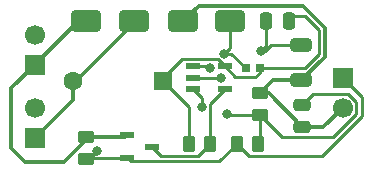
<source format=gbr>
%TF.GenerationSoftware,KiCad,Pcbnew,9.0.6*%
%TF.CreationDate,2026-01-10T22:29:01+00:00*%
%TF.ProjectId,Tiny_Solar_Power_Supply002,54696e79-5f53-46f6-9c61-725f506f7765,rev?*%
%TF.SameCoordinates,Original*%
%TF.FileFunction,Copper,L1,Top*%
%TF.FilePolarity,Positive*%
%FSLAX46Y46*%
G04 Gerber Fmt 4.6, Leading zero omitted, Abs format (unit mm)*
G04 Created by KiCad (PCBNEW 9.0.6) date 2026-01-10 22:29:01*
%MOMM*%
%LPD*%
G01*
G04 APERTURE LIST*
G04 Aperture macros list*
%AMRoundRect*
0 Rectangle with rounded corners*
0 $1 Rounding radius*
0 $2 $3 $4 $5 $6 $7 $8 $9 X,Y pos of 4 corners*
0 Add a 4 corners polygon primitive as box body*
4,1,4,$2,$3,$4,$5,$6,$7,$8,$9,$2,$3,0*
0 Add four circle primitives for the rounded corners*
1,1,$1+$1,$2,$3*
1,1,$1+$1,$4,$5*
1,1,$1+$1,$6,$7*
1,1,$1+$1,$8,$9*
0 Add four rect primitives between the rounded corners*
20,1,$1+$1,$2,$3,$4,$5,0*
20,1,$1+$1,$4,$5,$6,$7,0*
20,1,$1+$1,$6,$7,$8,$9,0*
20,1,$1+$1,$8,$9,$2,$3,0*%
G04 Aperture macros list end*
%TA.AperFunction,SMDPad,CuDef*%
%ADD10R,1.181100X0.558800*%
%TD*%
%TA.AperFunction,SMDPad,CuDef*%
%ADD11R,0.660400X0.711200*%
%TD*%
%TA.AperFunction,SMDPad,CuDef*%
%ADD12RoundRect,0.250000X-1.000000X-0.650000X1.000000X-0.650000X1.000000X0.650000X-1.000000X0.650000X0*%
%TD*%
%TA.AperFunction,SMDPad,CuDef*%
%ADD13RoundRect,0.250000X0.650000X-0.325000X0.650000X0.325000X-0.650000X0.325000X-0.650000X-0.325000X0*%
%TD*%
%TA.AperFunction,SMDPad,CuDef*%
%ADD14RoundRect,0.250000X-0.262500X-0.450000X0.262500X-0.450000X0.262500X0.450000X-0.262500X0.450000X0*%
%TD*%
%TA.AperFunction,SMDPad,CuDef*%
%ADD15RoundRect,0.250000X0.475000X-0.250000X0.475000X0.250000X-0.475000X0.250000X-0.475000X-0.250000X0*%
%TD*%
%TA.AperFunction,SMDPad,CuDef*%
%ADD16RoundRect,0.250000X0.262500X0.450000X-0.262500X0.450000X-0.262500X-0.450000X0.262500X-0.450000X0*%
%TD*%
%TA.AperFunction,ComponentPad*%
%ADD17R,1.700000X1.700000*%
%TD*%
%TA.AperFunction,ComponentPad*%
%ADD18C,1.700000*%
%TD*%
%TA.AperFunction,SMDPad,CuDef*%
%ADD19R,1.300000X0.600000*%
%TD*%
%TA.AperFunction,ComponentPad*%
%ADD20RoundRect,0.250000X0.550000X0.550000X-0.550000X0.550000X-0.550000X-0.550000X0.550000X-0.550000X0*%
%TD*%
%TA.AperFunction,ComponentPad*%
%ADD21C,1.600000*%
%TD*%
%TA.AperFunction,SMDPad,CuDef*%
%ADD22RoundRect,0.250000X-0.450000X0.262500X-0.450000X-0.262500X0.450000X-0.262500X0.450000X0.262500X0*%
%TD*%
%TA.AperFunction,SMDPad,CuDef*%
%ADD23RoundRect,0.250000X1.000000X0.650000X-1.000000X0.650000X-1.000000X-0.650000X1.000000X-0.650000X0*%
%TD*%
%TA.AperFunction,SMDPad,CuDef*%
%ADD24RoundRect,0.250000X0.250000X0.475000X-0.250000X0.475000X-0.250000X-0.475000X0.250000X-0.475000X0*%
%TD*%
%TA.AperFunction,ViaPad*%
%ADD25C,0.800000*%
%TD*%
%TA.AperFunction,Conductor*%
%ADD26C,0.250000*%
%TD*%
%TA.AperFunction,Conductor*%
%ADD27C,0.350000*%
%TD*%
G04 APERTURE END LIST*
D10*
%TO.P,U1,1,SW*%
%TO.N,Net-(D1-A)*%
X128809750Y-96799999D03*
%TO.P,U1,2,GND*%
%TO.N,GNDD*%
X128809750Y-97750000D03*
%TO.P,U1,3,FB*%
%TO.N,Net-(U1-FB)*%
X128809750Y-98700001D03*
%TO.P,U1,4,SHDN*%
%TO.N,Net-(Q1-D)*%
X131540250Y-98700001D03*
%TO.P,U1,5,VIN*%
%TO.N,Net-(J3-Pin_1)*%
X131540250Y-96799999D03*
%TD*%
D11*
%TO.P,L1,1,1*%
%TO.N,Net-(D1-A)*%
X133328500Y-96975000D03*
%TO.P,L1,2,2*%
%TO.N,Net-(J3-Pin_1)*%
X134471500Y-96975000D03*
%TD*%
D12*
%TO.P,D1,1,K*%
%TO.N,/OUT_P*%
X128000000Y-93000000D03*
%TO.P,D1,2,A*%
%TO.N,Net-(D1-A)*%
X132000000Y-93000000D03*
%TD*%
D13*
%TO.P,C2,1*%
%TO.N,/OUT_P*%
X138000000Y-97975000D03*
%TO.P,C2,2*%
%TO.N,GNDD*%
X138000000Y-95025000D03*
%TD*%
D14*
%TO.P,R3,1*%
%TO.N,Net-(J3-Pin_1)*%
X128462500Y-103375000D03*
%TO.P,R3,2*%
%TO.N,Net-(Q1-D)*%
X130287500Y-103375000D03*
%TD*%
D15*
%TO.P,C3,1*%
%TO.N,/OUT_P*%
X138100000Y-101950000D03*
%TO.P,C3,2*%
%TO.N,Net-(U1-FB)*%
X138100000Y-100050000D03*
%TD*%
D16*
%TO.P,R2,1*%
%TO.N,Net-(U1-FB)*%
X134362500Y-103350000D03*
%TO.P,R2,2*%
%TO.N,GNDD*%
X132537500Y-103350000D03*
%TD*%
D17*
%TO.P,J1,1,Pin_1*%
%TO.N,GNDD*%
X141500000Y-97790000D03*
D18*
%TO.P,J1,2,Pin_2*%
%TO.N,/OUT_P*%
X141500000Y-100330000D03*
%TD*%
D17*
%TO.P,J2,1,Pin_1*%
%TO.N,/BAT_P*%
X115425000Y-102850000D03*
D18*
%TO.P,J2,2,Pin_2*%
%TO.N,GNDD*%
X115425000Y-100310000D03*
%TD*%
D19*
%TO.P,Q1,1,G*%
%TO.N,/SOLAR_P*%
X123250000Y-102650000D03*
%TO.P,Q1,2,S*%
%TO.N,GNDD*%
X123250000Y-104550000D03*
%TO.P,Q1,3,D*%
%TO.N,Net-(Q1-D)*%
X125350000Y-103600000D03*
%TD*%
D20*
%TO.P,J3,1,Pin_1*%
%TO.N,Net-(J3-Pin_1)*%
X126275000Y-98025000D03*
D21*
%TO.P,J3,2,Pin_2*%
%TO.N,/BAT_P*%
X118655000Y-98025000D03*
%TD*%
D22*
%TO.P,R4,1*%
%TO.N,/SOLAR_P*%
X119775000Y-102812500D03*
%TO.P,R4,2*%
%TO.N,GNDD*%
X119775000Y-104637500D03*
%TD*%
D23*
%TO.P,D2,1,K*%
%TO.N,/BAT_P*%
X123807500Y-92980000D03*
%TO.P,D2,2,A*%
%TO.N,/SOLAR_P*%
X119807500Y-92980000D03*
%TD*%
D22*
%TO.P,R1,1*%
%TO.N,/OUT_P*%
X134500000Y-99087500D03*
%TO.P,R1,2*%
%TO.N,Net-(U1-FB)*%
X134500000Y-100912500D03*
%TD*%
D24*
%TO.P,C1,1*%
%TO.N,Net-(J3-Pin_1)*%
X136950000Y-93000000D03*
%TO.P,C1,2*%
%TO.N,GNDD*%
X135050000Y-93000000D03*
%TD*%
D17*
%TO.P,J4,1,Pin_1*%
%TO.N,/SOLAR_P*%
X115425000Y-96675000D03*
D18*
%TO.P,J4,2,Pin_2*%
%TO.N,GNDD*%
X115425000Y-94135000D03*
%TD*%
D25*
%TO.N,GNDD*%
X120725000Y-103950000D03*
X131225000Y-97775000D03*
X134575000Y-95525000D03*
%TO.N,Net-(U1-FB)*%
X129562500Y-100250000D03*
X131700000Y-100875000D03*
%TO.N,Net-(D1-A)*%
X130275000Y-96919599D03*
X131493077Y-95727520D03*
%TD*%
D26*
%TO.N,GNDD*%
X115510000Y-94135000D02*
X115525000Y-94150000D01*
X143127000Y-101003926D02*
X139754926Y-104376000D01*
X139754926Y-104376000D02*
X133563500Y-104376000D01*
X128809750Y-97750000D02*
X131200000Y-97750000D01*
X123552000Y-104852000D02*
X123250000Y-104550000D01*
X133563500Y-104376000D02*
X132537500Y-103350000D01*
X119862500Y-104550000D02*
X119775000Y-104637500D01*
X135050000Y-95050000D02*
X135050000Y-93000000D01*
X141500000Y-97790000D02*
X143127000Y-99417000D01*
X135450000Y-95025000D02*
X138000000Y-95025000D01*
X132537500Y-103350000D02*
X131035500Y-104852000D01*
X134575000Y-95525000D02*
X134950000Y-95525000D01*
X131035500Y-104852000D02*
X123552000Y-104852000D01*
X120037500Y-104637500D02*
X120725000Y-103950000D01*
X123250000Y-104550000D02*
X119862500Y-104550000D01*
X134950000Y-95525000D02*
X135450000Y-95025000D01*
X119775000Y-104637500D02*
X120037500Y-104637500D01*
X131200000Y-97750000D02*
X131225000Y-97775000D01*
X143127000Y-99417000D02*
X143127000Y-101003926D01*
X134575000Y-95525000D02*
X135050000Y-95050000D01*
%TO.N,Net-(J3-Pin_1)*%
X127893200Y-96194599D02*
X130934850Y-96194599D01*
X134471500Y-96975000D02*
X138291480Y-96975000D01*
X134125000Y-97675000D02*
X134471500Y-97328500D01*
X130934850Y-96194599D02*
X131540250Y-96799999D01*
X139474000Y-93732520D02*
X138291480Y-92550000D01*
X138291480Y-96975000D02*
X139474000Y-95792480D01*
X126275000Y-97812799D02*
X127893200Y-96194599D01*
X134471500Y-97328500D02*
X134471500Y-96975000D01*
X126275000Y-98025000D02*
X126275000Y-97812799D01*
X137400000Y-92550000D02*
X136950000Y-93000000D01*
X132415251Y-97675000D02*
X134125000Y-97675000D01*
X128462500Y-103375000D02*
X128462500Y-100212500D01*
X131540250Y-96799999D02*
X132415251Y-97675000D01*
X128462500Y-100212500D02*
X126275000Y-98025000D01*
X139474000Y-95792480D02*
X139474000Y-93732520D01*
X138291480Y-92550000D02*
X137400000Y-92550000D01*
D27*
%TO.N,/OUT_P*%
X138000000Y-97975000D02*
X139975000Y-96000000D01*
X139880000Y-101950000D02*
X141500000Y-100330000D01*
X139975000Y-96000000D02*
X139975000Y-93525000D01*
X138000000Y-97975000D02*
X135612500Y-97975000D01*
X138100000Y-101950000D02*
X139880000Y-101950000D01*
X129324000Y-91676000D02*
X128000000Y-93000000D01*
X135237500Y-99087500D02*
X138100000Y-101950000D01*
X134500000Y-99087500D02*
X135237500Y-99087500D01*
X139975000Y-93525000D02*
X138126000Y-91676000D01*
X138126000Y-91676000D02*
X129324000Y-91676000D01*
X135612500Y-97975000D02*
X134500000Y-99087500D01*
D26*
%TO.N,Net-(U1-FB)*%
X134500000Y-100912500D02*
X134500000Y-103212500D01*
X131737500Y-100912500D02*
X131700000Y-100875000D01*
X141987116Y-99154000D02*
X142676000Y-99842884D01*
X129562500Y-100250000D02*
X129562500Y-99452751D01*
X140717116Y-102776000D02*
X136363500Y-102776000D01*
X134500000Y-100912500D02*
X131737500Y-100912500D01*
X134500000Y-103212500D02*
X134362500Y-103350000D01*
X136363500Y-102776000D02*
X134500000Y-100912500D01*
X138100000Y-100050000D02*
X138996000Y-99154000D01*
X142676000Y-99842884D02*
X142676000Y-100817116D01*
X142676000Y-100817116D02*
X140717116Y-102776000D01*
X138996000Y-99154000D02*
X141987116Y-99154000D01*
X129562500Y-99452751D02*
X128809750Y-98700001D01*
%TO.N,Net-(D1-A)*%
X130155400Y-96799999D02*
X130275000Y-96919599D01*
X133328500Y-96975000D02*
X132081020Y-95727520D01*
X128809750Y-96799999D02*
X130155400Y-96799999D01*
X132081020Y-95727520D02*
X131493077Y-95727520D01*
X131493077Y-95727520D02*
X132000000Y-95220597D01*
X132000000Y-95220597D02*
X132000000Y-93000000D01*
D27*
%TO.N,/SOLAR_P*%
X117882774Y-104925000D02*
X119775000Y-103032774D01*
X115425000Y-96675000D02*
X119100000Y-93000000D01*
X119775000Y-103032774D02*
X119775000Y-102812500D01*
X119100000Y-93000000D02*
X120000000Y-93000000D01*
X113425000Y-98675000D02*
X113425000Y-103700000D01*
X119775000Y-102812500D02*
X123087500Y-102812500D01*
X114650000Y-104925000D02*
X117882774Y-104925000D01*
X123087500Y-102812500D02*
X123250000Y-102650000D01*
X113425000Y-103700000D02*
X114650000Y-104925000D01*
X115425000Y-96675000D02*
X113425000Y-98675000D01*
%TO.N,/BAT_P*%
X118655000Y-98025000D02*
X118975000Y-98025000D01*
X115425000Y-102850000D02*
X118655000Y-99620000D01*
X118655000Y-99620000D02*
X118655000Y-98025000D01*
X118975000Y-98025000D02*
X124000000Y-93000000D01*
D26*
%TO.N,Net-(Q1-D)*%
X130287500Y-99952751D02*
X131540250Y-98700001D01*
X129261500Y-104401000D02*
X130287500Y-103375000D01*
X130287500Y-103375000D02*
X130287500Y-99952751D01*
X126151000Y-104401000D02*
X129261500Y-104401000D01*
X125350000Y-103600000D02*
X126151000Y-104401000D01*
%TD*%
M02*

</source>
